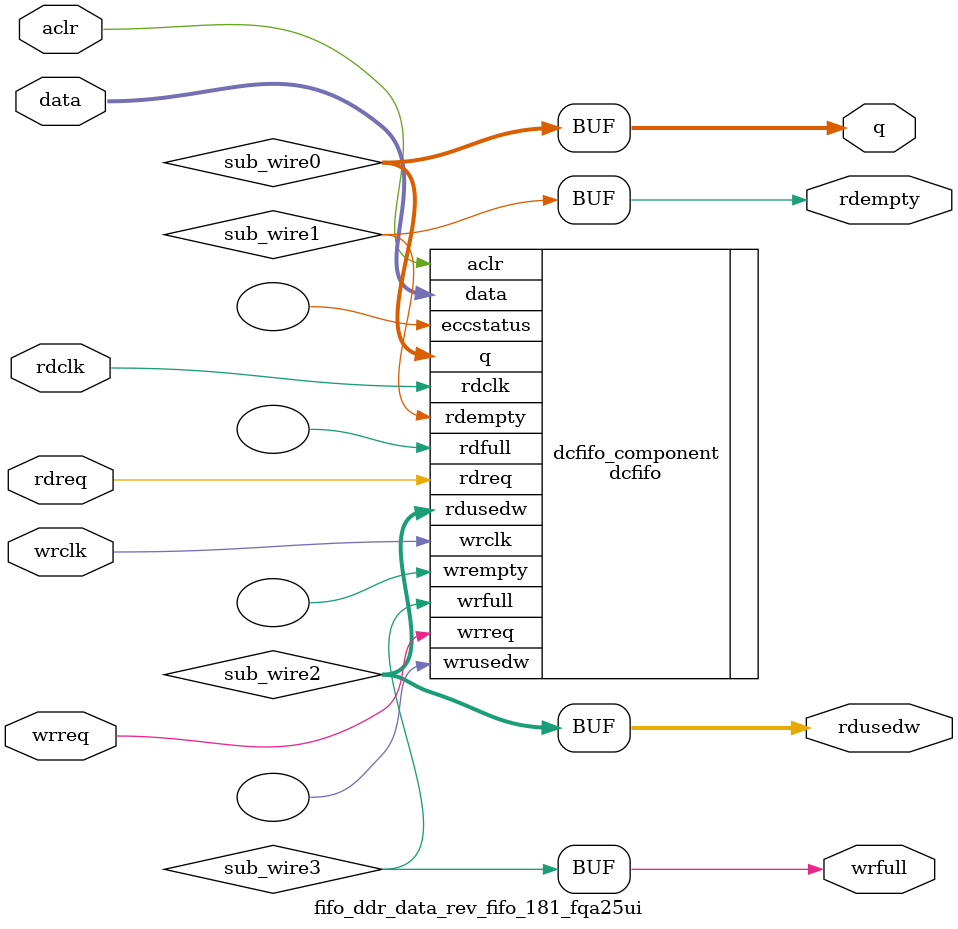
<source format=v>



`timescale 1 ps / 1 ps
// synopsys translate_on
module  fifo_ddr_data_rev_fifo_181_fqa25ui  (
    aclr,
    data,
    rdclk,
    rdreq,
    wrclk,
    wrreq,
    q,
    rdempty,
    rdusedw,
    wrfull);

    input    aclr;
    input  [127:0]  data;
    input    rdclk;
    input    rdreq;
    input    wrclk;
    input    wrreq;
    output [127:0]  q;
    output   rdempty;
    output [9:0]  rdusedw;
    output   wrfull;
`ifndef ALTERA_RESERVED_QIS
// synopsys translate_off
`endif
    tri0     aclr;
`ifndef ALTERA_RESERVED_QIS
// synopsys translate_on
`endif

    wire [127:0] sub_wire0;
    wire  sub_wire1;
    wire [9:0] sub_wire2;
    wire  sub_wire3;
    wire [127:0] q = sub_wire0[127:0];
    wire  rdempty = sub_wire1;
    wire [9:0] rdusedw = sub_wire2[9:0];
    wire  wrfull = sub_wire3;

    dcfifo  dcfifo_component (
                .aclr (aclr),
                .data (data),
                .rdclk (rdclk),
                .rdreq (rdreq),
                .wrclk (wrclk),
                .wrreq (wrreq),
                .q (sub_wire0),
                .rdempty (sub_wire1),
                .rdusedw (sub_wire2),
                .wrfull (sub_wire3),
                .eccstatus (),
                .rdfull (),
                .wrempty (),
                .wrusedw ());
    defparam
        dcfifo_component.enable_ecc  = "FALSE",
        dcfifo_component.intended_device_family  = "Arria 10",
        dcfifo_component.lpm_hint  = "DISABLE_DCFIFO_EMBEDDED_TIMING_CONSTRAINT=TRUE",
        dcfifo_component.lpm_numwords  = 1024,
        dcfifo_component.lpm_showahead  = "ON",
        dcfifo_component.lpm_type  = "dcfifo",
        dcfifo_component.lpm_width  = 128,
        dcfifo_component.lpm_widthu  = 10,
        dcfifo_component.overflow_checking  = "ON",
        dcfifo_component.rdsync_delaypipe  = 4,
        dcfifo_component.read_aclr_synch  = "OFF",
        dcfifo_component.underflow_checking  = "ON",
        dcfifo_component.use_eab  = "ON",
        dcfifo_component.write_aclr_synch  = "OFF",
        dcfifo_component.wrsync_delaypipe  = 4;


endmodule



</source>
